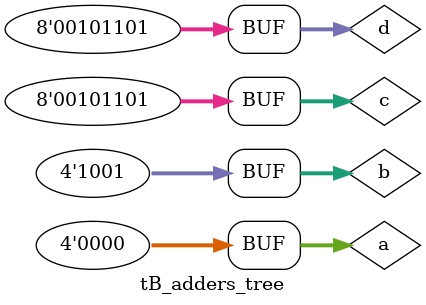
<source format=v>
`timescale 1us/1ns
module tB_adders_tree();
	
   reg [3:0] a, b;
   reg [7:0] c, d;
   wire [4:0] sum1;
   wire [8:0] sum2;
   wire [9:0] sum3;
	
    // Instantiate the DUT
    adders_tree ADD(
       .a(a),
       .b(b),
       .c(c),
       .d(d),
       .sum1(sum1),
       .sum2(sum2),
       .sum3(sum3)      
    );
  
    // Create stimulus
    initial begin
      $monitor(" a = %d, b = %d, c = %d, d = %d, sum1 = %d, sum2 = %d, sum3 = %d",
                 a ,b ,c, d, sum1, sum2, sum3);
       #1; a = 4'd0  ; b = 4'd3  ; c = 8'd1 ; d = 8'd255 ;
       #1; a = 4'd10 ; b = 4'd13 ; c = 8'd9 ; d = 8'd10 ;
       #1; a = 4'd15 ; b = 4'd15 ; c = 8'd109 ; d = 8'd37 ;
       #1; a = 4'd0  ; b = 4'd9  ; c = 8'd45 ; d = 8'd45 ;
       #1;
    end
  
endmodule

/*
Output:
#  a =  x, b =  x, c =   x, d =   x, sum1 =  x, sum2 =   x, sum3 =    x
#  a =  0, b =  3, c =   1, d = 255, sum1 =  3, sum2 = 256, sum3 =  259
#  a = 10, b = 13, c =   9, d =  10, sum1 = 23, sum2 =  19, sum3 =   42
#  a = 15, b = 15, c = 109, d =  37, sum1 = 30, sum2 = 146, sum3 =  176
#  a =  0, b =  9, c =  45, d =  45, sum1 =  9, sum2 =  90, sum3 =   99
*/
</source>
